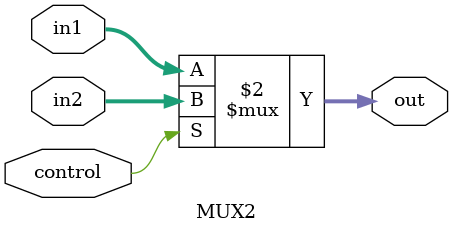
<source format=v>
`timescale 1ns / 1ps
module MUX2(
			input wire	[31:0] in1,
			input wire  [31:0] in2,
			input	wire	control,
			output wire	[31:0] out 
    );
	
	
	assign out = (control==1'b0) ? in1 : in2;

endmodule

</source>
